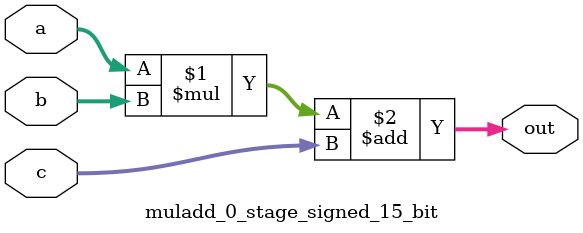
<source format=sv>
(* use_dsp = "yes" *) module muladd_0_stage_signed_15_bit(
	input signed [14:0] a,
	input signed [14:0] b,
	input signed [14:0] c,
	output [14:0] out
	);

	assign out = (a * b) + c;
endmodule

</source>
